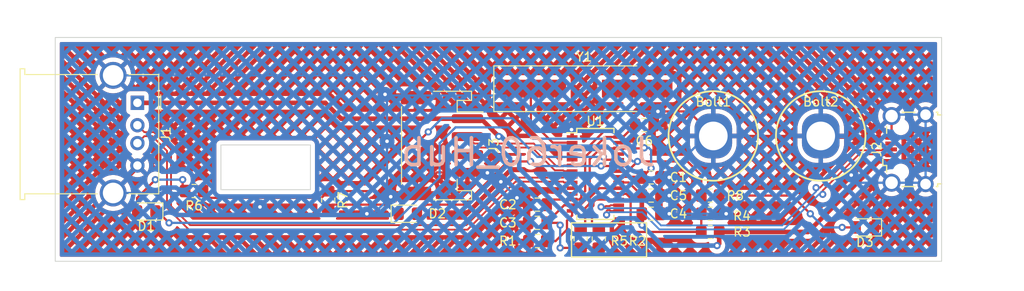
<source format=kicad_pcb>
(kicad_pcb (version 20211014) (generator pcbnew)
  (title_block (title "Joker60 HUB") (date "2022-09-11") (rev "1.0"))
  (layers (0 "F.Cu" signal) (31 "B.Cu" signal) (34 "B.Paste" user) (35 "F.Paste" user) (36 "B.SilkS" user "B.Silkscreen") (37 "F.SilkS" user "F.Silkscreen") (38 "B.Mask" user) (39 "F.Mask" user) (44 "Edge.Cuts" user))
  (net 0 "")
  (net 1 "Net-(U1-Pad2)")
  (net 2 "Net-(U1-Pad3)")
  (net 7 "GND")
  (net 8 "+5V")
  (net 11 "/U2-")
  (net 12 "/U2+")
  (net 13 "/U3+")
  (net 14 "/U3-")
  (net 15 "Net-(D1-Pad1)")
  (net 16 "+3.3V")
  (net 18 "Net-(R1-Pad1)")
  (net 19 "Net-(R2-Pad2)")
  (net 20 "Net-(R3-Pad1)")
  (net 21 "/DIN-")
  (net 22 "/DIN+")
  (net 23 "Net-(R5-Pad2)")
  (net 24 "+1V8")
  (net 25 "Net-(D2-Pad2)")
  (net 26 "Net-(D1-Pad2)")
  (net 27 "Net-(D2-Pad1)")
  (net 28 "Net-(R6-Pad1)")
  (net 29 "Net-(D3-Pad2)")
  (footprint "LED_SMD:LED_0805_2012Metric_Pad1.15x1.40mm_HandSolder" (layer "F.Cu") (at 130.429 61.214 180)
    (fp_text reference "D3" (at 0 -1.65) (layer "F.SilkS"))
    (fp_text value "HUB")
    (fp_line (start 1 -0.96) (end -1.86 -0.96) (layer "F.SilkS") (width 0.12))
    (fp_line (start -1.86 -0.96) (end -1.86 0.96) (layer "F.SilkS") (width 0.12))
    (fp_line (start -1.86 0.96) (end 1 0.96) (layer "F.SilkS") (width 0.12))
    (pad "1" smd roundrect (at -1.025 0 180) (size 1.15 1.4) (layers "F.Cu" "F.Paste" "F.Mask") (roundrect_rratio 0.2173913043) (net 7 "GND"))
    (pad "2" smd roundrect (at 1.025 0 180) (size 1.15 1.4) (layers "F.Cu" "F.Paste" "F.Mask") (roundrect_rratio 0.2173913043) (net 29 "Net-(D3-Pad2)"))
  )
  (footprint "Capacitor_SMD:C_0805_2012Metric_Pad1.18x1.45mm_HandSolder" (layer "F.Cu") (at 106.553 57.658 180)
    (fp_text reference "C5" (at -3.048 0) (layer "F.SilkS"))
    (fp_text value "10uF")
    (fp_line (start -0.261252 -0.735) (end 0.261252 -0.735) (layer "F.SilkS") (width 0.12))
    (fp_line (start -0.261252 0.735) (end 0.261252 0.735) (layer "F.SilkS") (width 0.12))
    (pad "1" smd roundrect (at -1.0375 0 180) (size 1.175 1.45) (layers "F.Cu" "F.Paste" "F.Mask") (roundrect_rratio 0.2127659574) (net 7 "GND"))
    (pad "2" smd roundrect (at 1.0375 0 180) (size 1.175 1.45) (layers "F.Cu" "F.Paste" "F.Mask") (roundrect_rratio 0.2127659574) (net 8 "+5V"))
  )
  (footprint "Resistor_SMD:R_0805_2012Metric_Pad1.20x1.40mm_HandSolder" (layer "F.Cu") (at 113.157 59.69 180)
    (fp_text reference "R4" (at -3.54 -0.254) (layer "F.SilkS"))
    (fp_text value "100k")
    (fp_line (start -0.227064 -0.735) (end 0.227064 -0.735) (layer "F.SilkS") (width 0.12))
    (fp_line (start -0.227064 0.735) (end 0.227064 0.735) (layer "F.SilkS") (width 0.12))
    (pad "1" smd roundrect (at -1 0 180) (size 1.2 1.4) (layers "F.Cu" "F.Paste" "F.Mask") (roundrect_rratio 0.2083333333) (net 7 "GND"))
    (pad "2" smd roundrect (at 1 0 180) (size 1.2 1.4) (layers "F.Cu" "F.Paste" "F.Mask") (roundrect_rratio 0.2083333333) (net 20 "Net-(R3-Pad1)"))
  )
  (footprint "LED_SMD:LED_0805_2012Metric_Pad1.15x1.40mm_HandSolder" (layer "F.Cu") (at 50.165 59.436 180)
    (fp_text reference "D1" (at 0 -1.65) (layer "F.SilkS"))
    (fp_text value "Port2")
    (fp_line (start -1.86 0.96) (end 1 0.96) (layer "F.SilkS") (width 0.12))
    (fp_line (start -1.86 -0.96) (end -1.86 0.96) (layer "F.SilkS") (width 0.12))
    (fp_line (start 1 -0.96) (end -1.86 -0.96) (layer "F.SilkS") (width 0.12))
    (pad "1" smd roundrect (at -1.025 0 180) (size 1.15 1.4) (layers "F.Cu" "F.Paste" "F.Mask") (roundrect_rratio 0.2173913043) (net 15 "Net-(D1-Pad1)"))
    (pad "2" smd roundrect (at 1.025 0 180) (size 1.15 1.4) (layers "F.Cu" "F.Paste" "F.Mask") (roundrect_rratio 0.2173913043) (net 26 "Net-(D1-Pad2)"))
  )
  (footprint "Resistor_SMD:R_0805_2012Metric_Pad1.20x1.40mm_HandSolder" (layer "F.Cu") (at 113.157 61.722)
    (fp_text reference "R3" (at 3.556 0) (layer "F.SilkS"))
    (fp_text value "47k")
    (fp_line (start -0.227064 0.735) (end 0.227064 0.735) (layer "F.SilkS") (width 0.12))
    (fp_line (start -0.227064 -0.735) (end 0.227064 -0.735) (layer "F.SilkS") (width 0.12))
    (pad "1" smd roundrect (at -1 0) (size 1.2 1.4) (layers "F.Cu" "F.Paste" "F.Mask") (roundrect_rratio 0.2083333333) (net 20 "Net-(R3-Pad1)"))
    (pad "2" smd roundrect (at 1 0) (size 1.2 1.4) (layers "F.Cu" "F.Paste" "F.Mask") (roundrect_rratio 0.2083333333) (net 8 "+5V"))
  )
  (footprint "Resistor_SMD:R_0805_2012Metric_Pad1.20x1.40mm_HandSolder" (layer "F.Cu") (at 98.679 62.484 90)
    (fp_text reference "R5" (at -0.254 4.318 180) (layer "F.SilkS"))
    (fp_text value "100k")
    (fp_line (start -0.227064 0.735) (end 0.227064 0.735) (layer "F.SilkS") (width 0.12))
    (fp_line (start -0.227064 -0.735) (end 0.227064 -0.735) (layer "F.SilkS") (width 0.12))
    (pad "1" smd roundrect (at -1 0 90) (size 1.2 1.4) (layers "F.Cu" "F.Paste" "F.Mask") (roundrect_rratio 0.2083333333) (net 16 "+3.3V"))
    (pad "2" smd roundrect (at 1 0 90) (size 1.2 1.4) (layers "F.Cu" "F.Paste" "F.Mask") (roundrect_rratio 0.2083333333) (net 23 "Net-(R5-Pad2)"))
  )
  (footprint "Resistor_SMD:R_0805_2012Metric_Pad1.20x1.40mm_HandSolder" (layer "F.Cu") (at 113.157 57.658)
    (fp_text reference "R8" (at 2.794 0) (layer "F.SilkS"))
    (fp_text value "330")
    (fp_line (start -0.227064 -0.735) (end 0.227064 -0.735) (layer "F.SilkS") (width 0.12))
    (fp_line (start -0.227064 0.735) (end 0.227064 0.735) (layer "F.SilkS") (width 0.12))
    (pad "1" smd roundrect (at -1 0) (size 1.2 1.4) (layers "F.Cu" "F.Paste" "F.Mask") (roundrect_rratio 0.2083333333) (net 28 "Net-(R6-Pad1)"))
    (pad "2" smd roundrect (at 1 0) (size 1.2 1.4) (layers "F.Cu" "F.Paste" "F.Mask") (roundrect_rratio 0.2083333333) (net 29 "Net-(D3-Pad2)"))
  )
  (footprint "Capacitor_SMD:C_0805_2012Metric_Pad1.18x1.45mm_HandSolder" (layer "F.Cu") (at 93.853 60.706)
    (fp_text reference "C3" (at -3.302 0) (layer "F.SilkS"))
    (fp_text value "100nF")
    (fp_line (start -0.261252 0.735) (end 0.261252 0.735) (layer "F.SilkS") (width 0.12))
    (fp_line (start -0.261252 -0.735) (end 0.261252 -0.735) (layer "F.SilkS") (width 0.12))
    (pad "1" smd roundrect (at -1.0375 0) (size 1.175 1.45) (layers "F.Cu" "F.Paste" "F.Mask") (roundrect_rratio 0.2127659574) (net 7 "GND"))
    (pad "2" smd roundrect (at 1.0375 0) (size 1.175 1.45) (layers "F.Cu" "F.Paste" "F.Mask") (roundrect_rratio 0.2127659574) (net 16 "+3.3V"))
  )
  (footprint "Connector_USB:USB_A_Molex_67643_Horizontal" (layer "F.Cu") (at 49.175 47.3 -90)
    (fp_text reference "J1" (at 3.5 -3.19 90) (layer "F.SilkS"))
    (fp_text value "USB_A_Port2")
    (fp_line (start -3.16 -2.38) (end 10.16 -2.38) (layer "F.SilkS") (width 0.12))
    (fp_line (start 10.16 4.47) (end 10.16 12.58) (layer "F.SilkS") (width 0.12))
    (fp_line (start -3.16 -2.38) (end -3.16 0.95) (layer "F.SilkS") (width 0.12))
    (fp_line (start -0.9 -2.6) (end 0.9 -2.6) (layer "F.SilkS") (width 0.12))
    (fp_line (start -3.81 13.1) (end 10.81 13.1) (layer "F.SilkS") (width 0.12))
    (fp_line (start 10.81 12.58) (end 10.16 12.58) (layer "F.SilkS") (width 0.12))
    (fp_line (start -3.16 12.58) (end -3.81 12.58) (layer "F.SilkS") (width 0.12))
    (fp_line (start -3.81 12.58) (end -3.81 13.1) (layer "F.SilkS") (width 0.12))
    (fp_line (start 10.16 -2.38) (end 10.16 0.95) (layer "F.SilkS") (width 0.12))
    (fp_line (start 10.81 13.1) (end 10.81 12.58) (layer "F.SilkS") (width 0.12))
    (fp_line (start -3.16 12.58) (end -3.16 4.47) (layer "F.SilkS") (width 0.12))
    (pad "1" thru_hole rect (at 0 0 270) (size 1.6 1.5) (drill 0.95) (layers *.Cu *.Mask) (net 8 "+5V"))
    (pad "2" thru_hole circle (at 2.5 0 270) (size 1.6 1.6) (drill 0.95) (layers *.Cu *.Mask) (net 11 "/U2-"))
    (pad "3" thru_hole circle (at 4.5 0 270) (size 1.6 1.6) (drill 0.95) (layers *.Cu *.Mask) (net 12 "/U2+"))
    (pad "4" thru_hole circle (at 7 0 270) (size 1.6 1.6) (drill 0.95) (layers *.Cu *.Mask) (net 7 "GND"))
    (pad "5" thru_hole circle (at -3.07 2.71 270) (size 3 3) (drill 2.3) (layers *.Cu *.Mask) (net 7 "GND"))
    (pad "5" thru_hole circle (at 10.07 2.71 270) (size 3 3) (drill 2.3) (layers *.Cu *.Mask) (net 7 "GND"))
  )
  (footprint "Capacitor_SMD:C_0805_2012Metric_Pad1.18x1.45mm_HandSolder" (layer "F.Cu") (at 106.553 55.626 180)
    (fp_text reference "C1" (at -3.048 0) (layer "F.SilkS"))
    (fp_text value "10uF")
    (fp_line (start -0.261252 -0.735) (end 0.261252 -0.735) (layer "F.SilkS") (width 0.12))
    (fp_line (start -0.261252 0.735) (end 0.261252 0.735) (layer "F.SilkS") (width 0.12))
    (pad "1" smd roundrect (at -1.0375 0 180) (size 1.175 1.45) (layers "F.Cu" "F.Paste" "F.Mask") (roundrect_rratio 0.2127659574) (net 7 "GND"))
    (pad "2" smd roundrect (at 1.0375 0 180) (size 1.175 1.45) (layers "F.Cu" "F.Paste" "F.Mask") (roundrect_rratio 0.2127659574) (net 16 "+3.3V"))
  )
  (footprint "Capacitor_SMD:C_0805_2012Metric_Pad1.18x1.45mm_HandSolder" (layer "F.Cu") (at 105.791 49.784)
    (fp_text reference "C6" (at 0 1.778) (layer "F.SilkS"))
    (fp_text value "100nF")
    (fp_line (start -0.261252 0.735) (end 0.261252 0.735) (layer "F.SilkS") (width 0.12))
    (fp_line (start -0.261252 -0.735) (end 0.261252 -0.735) (layer "F.SilkS") (width 0.12))
    (pad "1" smd roundrect (at -1.0375 0) (size 1.175 1.45) (layers "F.Cu" "F.Paste" "F.Mask") (roundrect_rratio 0.2127659574) (net 24 "+1V8"))
    (pad "2" smd roundrect (at 1.0375 0) (size 1.175 1.45) (layers "F.Cu" "F.Paste" "F.Mask") (roundrect_rratio 0.2127659574) (net 7 "GND"))
  )
  (footprint "Resistor_SMD:R_0805_2012Metric_Pad1.20x1.40mm_HandSolder" (layer "F.Cu") (at 93.853 62.738 180)
    (fp_text reference "R1" (at 3.302 0) (layer "F.SilkS"))
    (fp_text value "2.7k")
    (fp_line (start -0.227064 -0.735) (end 0.227064 -0.735) (layer "F.SilkS") (width 0.12))
    (fp_line (start -0.227064 0.735) (end 0.227064 0.735) (layer "F.SilkS") (width 0.12))
    (pad "1" smd roundrect (at -1 0 180) (size 1.2 1.4) (layers "F.Cu" "F.Paste" "F.Mask") (roundrect_rratio 0.2083333333) (net 18 "Net-(R1-Pad1)"))
    (pad "2" smd roundrect (at 1 0 180) (size 1.2 1.4) (layers "F.Cu" "F.Paste" "F.Mask") (roundrect_rratio 0.2083333333) (net 7 "GND"))
  )
  (footprint "Jimmy_Library:M3 BOLT" (layer "F.Cu") (at 125.5 51)
    (fp_text reference "Bolt2" (at 0 -3.81 unlocked) (layer "F.SilkS"))
    (fp_text value "M3_BOLT")
    (pad "1" thru_hole roundrect locked (at 0 0) (size 4.2 5) (drill 3.2) (layers *.Cu *.Mask) (roundrect_rratio 0.4) (net 7 "GND"))
  )
  (footprint "Capacitor_SMD:C_0805_2012Metric_Pad1.18x1.45mm_HandSolder" (layer "F.Cu") (at 106.553 59.69)
    (fp_text reference "C4" (at 3.048 0) (layer "F.SilkS"))
    (fp_text value "100nF")
    (fp_line (start -0.261252 0.735) (end 0.261252 0.735) (layer "F.SilkS") (width 0.12))
    (fp_line (start -0.261252 -0.735) (end 0.261252 -0.735) (layer "F.SilkS") (width 0.12))
    (pad "1" smd roundrect (at -1.0375 0) (size 1.175 1.45) (layers "F.Cu" "F.Paste" "F.Mask") (roundrect_rratio 0.2127659574) (net 8 "+5V"))
    (pad "2" smd roundrect (at 1.0375 0) (size 1.175 1.45) (layers "F.Cu" "F.Paste" "F.Mask") (roundrect_rratio 0.2127659574) (net 7 "GND"))
  )
  (footprint "Resistor_SMD:R_0805_2012Metric_Pad1.20x1.40mm_HandSolder" (layer "F.Cu") (at 100.711 62.484 90)
    (fp_text reference "R2" (at -0.254 4.318 180) (layer "F.SilkS"))
    (fp_text value "100k")
    (fp_line (start -0.227064 0.735) (end 0.227064 0.735) (layer "F.SilkS") (width 0.12))
    (fp_line (start -0.227064 -0.735) (end 0.227064 -0.735) (layer "F.SilkS") (width 0.12))
    (pad "1" smd roundrect (at -1 0 90) (size 1.2 1.4) (layers "F.Cu" "F.Paste" "F.Mask") (roundrect_rratio 0.2083333333) (net 16 "+3.3V"))
    (pad "2" smd roundrect (at 1 0 90) (size 1.2 1.4) (layers "F.Cu" "F.Paste" "F.Mask") (roundrect_rratio 0.2083333333) (net 19 "Net-(R2-Pad2)"))
  )
  (footprint "Crystal:Crystal_SMD_HC49-SD_HandSoldering" (layer "F.Cu") (at 99.06 45.72)
    (fp_text reference "Y1" (at 0 -3.55) (layer "F.SilkS"))
    (fp_text value "12Mhz")
    (fp_line (start 5.9 -2.55) (end -10.075 -2.55) (layer "F.SilkS") (width 0.12))
    (fp_line (start -10.075 2.55) (end 5.9 2.55) (layer "F.SilkS") (width 0.12))
    (fp_line (start -10.075 -2.55) (end -10.075 2.55) (layer "F.SilkS") (width 0.12))
    (pad "1" smd rect (at -5.9375 0) (size 7.875 2) (layers "F.Cu" "F.Paste" "F.Mask") (net 1 "Net-(U1-Pad2)"))
    (pad "2" smd rect (at 5.9375 0) (size 7.875 2) (layers "F.Cu" "F.Paste" "F.Mask") (net 2 "Net-(U1-Pad3)"))
  )
  (footprint "LED_SMD:LED_0805_2012Metric_Pad1.15x1.40mm_HandSolder" (layer "F.Cu") (at 79.375 59.69)
    (fp_text reference "D2" (at 3.302 0) (layer "F.SilkS"))
    (fp_text value "Port3")
    (fp_line (start -1.86 -0.96) (end -1.86 0.96) (layer "F.SilkS") (width 0.12))
    (fp_line (start -1.86 0.96) (end 1 0.96) (layer "F.SilkS") (width 0.12))
    (fp_line (start 1 -0.96) (end -1.86 -0.96) (layer "F.SilkS") (width 0.12))
    (pad "1" smd roundrect (at -1.025 0) (size 1.15 1.4) (layers "F.Cu" "F.Paste" "F.Mask") (roundrect_rratio 0.2173913043) (net 27 "Net-(D2-Pad1)"))
    (pad "2" smd roundrect (at 1.025 0) (size 1.15 1.4) (layers "F.Cu" "F.Paste" "F.Mask") (roundrect_rratio 0.2173913043) (net 25 "Net-(D2-Pad2)"))
  )
  (footprint "Resistor_SMD:R_0805_2012Metric_Pad1.20x1.40mm_HandSolder" (layer "F.Cu") (at 70.485 58.166 -90)
    (fp_text reference "R7" (at 0 -1.65 90) (layer "F.SilkS"))
    (fp_text value "330")
    (fp_line (start -0.227064 0.735) (end 0.227064 0.735) (layer "F.SilkS") (width 0.12))
    (fp_line (start -0.227064 -0.735) (end 0.227064 -0.735) (layer "F.SilkS") (width 0.12))
    (pad "1" smd roundrect (at -1 0 270) (size 1.2 1.4) (layers "F.Cu" "F.Paste" "F.Mask") (roundrect_rratio 0.2083333333) (net 28 "Net-(R6-Pad1)"))
    (pad "2" smd roundrect (at 1 0 270) (size 1.2 1.4) (layers "F.Cu" "F.Paste" "F.Mask") (roundrect_rratio 0.2083333333) (net 27 "Net-(D2-Pad1)"))
  )
  (footprint "Package_SO:SSOP-28_3.9x9.9mm_P0.635mm" (layer "F.Cu") (at 100.33 55.245)
    (fp_text reference "U1" (at 0 -5.9) (layer "F.SilkS"))
    (fp_text value "FE1.1s")
    (fp_line (start -2.075 -5.08) (end -2.075 -4.6) (layer "F.SilkS") (width 0.15))
    (fp_line (start -2.075 -5.08) (end 2.075 -5.08) (layer "F.SilkS") (width 0.15))
    (fp_line (start -2.075 -4.6) (end -3.2 -4.6) (layer "F.SilkS") (width 0.15))
    (fp_line (start 2.075 -5.08) (end 2.075 -4.6) (layer "F.SilkS") (width 0.15))
    (fp_line (start 2.075 5.08) (end 2.075 4.6) (layer "F.SilkS") (width 0.15))
    (fp_line (start -2.075 5.08) (end -2.075 4.6) (layer "F.SilkS") (width 0.15))
    (fp_line (start -2.075 5.08) (end 2.075 5.08) (layer "F.SilkS") (width 0.15))
    (pad "1" smd rect (at -2.6 -4.1275) (size 1.2 0.4) (layers "F.Cu" "F.Paste" "F.Mask") (net 7 "GND"))
    (pad "2" smd rect (at -2.6 -3.4925) (size 1.2 0.4) (layers "F.Cu" "F.Paste" "F.Mask") (net 1 "Net-(U1-Pad2)"))
    (pad "3" smd rect (at -2.6 -2.8575) (size 1.2 0.4) (layers "F.Cu" "F.Paste" "F.Mask") (net 2 "Net-(U1-Pad3)"))
    (pad "4" smd rect (at -2.6 -2.2225) (size 1.2 0.4) (layers "F.Cu" "F.Paste" "F.Mask"))
    (pad "5" smd rect (at -2.6 -1.5875) (size 1.2 0.4) (layers "F.Cu" "F.Paste" "F.Mask"))
    (pad "6" smd rect (at -2.6 -0.9525) (size 1.2 0.4) (layers "F.Cu" "F.Paste" "F.Mask") (net 14 "/U3-"))
    (pad "7" smd rect (at -2.6 -0.3175) (size 1.2 0.4) (layers "F.Cu" "F.Paste" "F.Mask") (net 13 "/U3+"))
    (pad "8" smd rect (at -2.6 0.3175) (size 1.2 0.4) (layers "F.Cu" "F.Paste" "F.Mask") (net 11 "/U2-"))
    (pad "9" smd rect (at -2.6 0.9525) (size 1.2 0.4) (layers "F.Cu" "F.Paste" "F.Mask") (net 12 "/U2+"))
    (pad "10" smd rect (at -2.6 1.5875) (size 1.2 0.4) (layers "F.Cu" "F.Paste" "F.Mask"))
    (pad "11" smd rect (at -2.6 2.2225) (size 1.2 0.4) (layers "F.Cu" "F.Paste" "F.Mask"))
    (pad "12" smd rect (at -2.6 2.8575) (size 1.2 0.4) (layers "F.Cu" "F.Paste" "F.Mask") (net 24 "+1V8"))
    (pad "13" smd rect (at -2.6 3.4925) (size 1.2 0.4) (layers "F.Cu" "F.Paste" "F.Mask") (net 16 "+3.3V"))
    (pad "14" smd rect (at -2.6 4.1275) (size 1.2 0.4) (layers "F.Cu" "F.Paste" "F.Mask") (net 18 "Net-(R1-Pad1)"))
    (pad "15" smd rect (at 2.6 4.1275) (size 1.2 0.4) (layers "F.Cu" "F.Paste" "F.Mask") (net 21 "/DIN-"))
    (pad "16" smd rect (at 2.6 3.4925) (size 1.2 0.4) (layers "F.Cu" "F.Paste" "F.Mask") (net 22 "/DIN+"))
    (pad "17" smd rect (at 2.6 2.8575) (size 1.2 0.4) (layers "F.Cu" "F.Paste" "F.Mask") (net 19 "Net-(R2-Pad2)"))
    (pad "18" smd rect (at 2.6 2.2225) (size 1.2 0.4) (layers "F.Cu" "F.Paste" "F.Mask") (net 20 "Net-(R3-Pad1)"))
    (pad "19" smd rect (at 2.6 1.5875) (size 1.2 0.4) (layers "F.Cu" "F.Paste" "F.Mask") (net 23 "Net-(R5-Pad2)"))
    (pad "20" smd rect (at 2.6 0.9525) (size 1.2 0.4) (layers "F.Cu" "F.Paste" "F.Mask") (net 8 "+5V"))
    (pad "21" smd rect (at 2.6 0.3175) (size 1.2 0.4) (layers "F.Cu" "F.Paste" "F.Mask") (net 16 "+3.3V"))
    (pad "22" smd rect (at 2.6 -0.3175) (size 1.2 0.4) (layers "F.Cu" "F.Paste" "F.Mask") (net 28 "Net-(R6-Pad1)"))
    (pad "23" smd rect (at 2.6 -0.9525) (size 1.2 0.4) (layers "F.Cu" "F.Paste" "F.Mask") (net 25 "Net-(D2-Pad2)"))
    (pad "24" smd rect (at 2.6 -1.5875) (size 1.2 0.4) (layers "F.Cu" "F.Paste" "F.Mask") (net 15 "Net-(D1-Pad1)"))
    (pad "25" smd rect (at 2.6 -2.2225) (size 1.2 0.4) (layers "F.Cu" "F.Paste" "F.Mask"))
    (pad "26" smd rect (at 2.6 -2.8575) (size 1.2 0.4) (layers "F.Cu" "F.Paste" "F.Mask") (net 16 "+3.3V"))
    (pad "27" smd rect (at 2.6 -3.4925) (size 1.2 0.4) (layers "F.Cu" "F.Paste" "F.Mask"))
    (pad "28" smd rect (at 2.6 -4.1275) (size 1.2 0.4) (layers "F.Cu" "F.Paste" "F.Mask") (net 24 "+1V8"))
  )
  (footprint "Connector_USB:USB_Micro-B_Wuerth_629105150521_CircularHoles" (layer "F.Cu") (at 135.262 52.5 90)
    (fp_text reference "J2" (at 0 -3.5 90) (layer "F.SilkS"))
    (fp_text value "USB_B_Mini")
    (fp_line (start 1.8 -2.4) (end 2.525 -2.4) (layer "F.SilkS") (width 0.15))
    (fp_line (start -4.15 -0.65) (end -4.15 0.75) (layer "F.SilkS") (width 0.15))
    (fp_line (start -1.8 -2.825) (end -1.8 -2.4) (layer "F.SilkS") (width 0.15))
    (fp_line (start 4.15 3.3) (end 4.15 3.15) (layer "F.SilkS") (width 0.15))
    (fp_line (start -1.075 -2.825) (end -1.8 -2.825) (layer "F.SilkS") (width 0.15))
    (fp_line (start -4.15 3.15) (end -4.15 3.3) (layer "F.SilkS") (width 0.15))
    (fp_line (start -1.8 -2.4) (end -2.525 -2.4) (layer "F.SilkS") (width 0.15))
    (fp_line (start 3.85 3.3) (end 4.15 3.3) (layer "F.SilkS") (width 0.15))
    (fp_line (start 4.15 0.75) (end 4.15 -0.65) (layer "F.SilkS") (width 0.15))
    (fp_line (start -3.85 3.3) (end -3.85 3.75) (layer "F.SilkS") (width 0.15))
    (fp_line (start -4.15 3.3) (end -3.85 3.3) (layer "F.SilkS") (width 0.15))
    (fp_line (start 3.85 3.75) (end 3.85 3.3) (layer "F.SilkS") (width 0.15))
    (pad "" np_thru_hole circle (at 2.5 -0.8 90) (size 0.8 0.8) (drill 0.8) (layers *.Cu *.Mask))
    (pad "" np_thru_hole circle (at -2.5 -0.8 90) (size 0.8 0.8) (drill 0.8) (layers *.Cu *.Mask))
    (pad "1" smd rect (at -1.3 -1.9 90) (size 0.45 1.3) (layers "F.Cu" "F.Paste" "F.Mask") (net 8 "+5V"))
    (pad "2" smd rect (at -0.65 -1.9 90) (size 0.45 1.3) (layers "F.Cu" "F.Paste" "F.Mask") (net 21 "/DIN-"))
    (pad "3" smd rect (at 0 -1.9 90) (size 0.45 1.3) (layers "F.Cu" "F.Paste" "F.Mask") (net 22 "/DIN+"))
    (pad "4" smd rect (at 0.65 -1.9 90) (size 0.45 1.3) (layers "F.Cu" "F.Paste" "F.Mask"))
    (pad "5" smd rect (at 1.3 -1.9 90) (size 0.45 1.3) (layers "F.Cu" "F.Paste" "F.Mask") (net 7 "GND"))
    (pad "6" thru_hole circle (at -3.875 1.95 90) (size 1.8 1.8) (drill 1.2) (layers *.Cu *.Mask) (net 7 "GND"))
    (pad "6" thru_hole circle (at 3.875 1.95 90) (size 1.8 1.8) (drill 1.2) (layers *.Cu *.Mask) (net 7 "GND"))
    (pad "6" thru_hole circle (at -3.725 -1.85 90) (size 2 2) (drill 1.4) (layers *.Cu *.Mask) (net 7 "GND"))
    (pad "6" thru_hole circle (at 3.725 -1.85 90) (size 2 2) (drill 1.4) (layers *.Cu *.Mask) (net 7 "GND"))
  )
  (footprint "Jimmy_Library:M3 BOLT" (layer "F.Cu") (at 113.5 51)
    (fp_text reference "Bolt1" (at 0 -3.81 unlocked) (layer "F.SilkS"))
    (fp_text value "M3_BOLT")
    (pad "1" thru_hole roundrect locked (at 0 0) (size 4.2 5) (drill 3.2) (layers *.Cu *.Mask) (roundrect_rratio 0.4) (net 7 "GND"))
  )
  (footprint "Resistor_SMD:R_0805_2012Metric_Pad1.20x1.40mm_HandSolder" (layer "F.Cu") (at 55.499 57.15 180)
    (fp_text reference "R6" (at 0 -1.65) (layer "F.SilkS"))
    (fp_text value "330")
    (fp_line (start -0.227064 0.735) (end 0.227064 0.735) (layer "F.SilkS") (width 0.12))
    (fp_line (start -0.227064 -0.735) (end 0.227064 -0.735) (layer "F.SilkS") (width 0.12))
    (pad "1" smd roundrect (at -1 0 180) (size 1.2 1.4) (layers "F.Cu" "F.Paste" "F.Mask") (roundrect_rratio 0.2083333333) (net 28 "Net-(R6-Pad1)"))
    (pad "2" smd roundrect (at 1 0 180) (size 1.2 1.4) (layers "F.Cu" "F.Paste" "F.Mask") (roundrect_rratio 0.2083333333) (net 26 "Net-(D1-Pad2)"))
  )
  (footprint "Capacitor_SMD:C_0805_2012Metric_Pad1.18x1.45mm_HandSolder" (layer "F.Cu") (at 93.853 58.674)
    (fp_text reference "C2" (at -3.302 0) (layer "F.SilkS"))
    (fp_text value "10uF")
    (fp_line (start -0.261252 -0.735) (end 0.261252 -0.735) (layer "F.SilkS") (width 0.12))
    (fp_line (start -0.261252 0.735) (end 0.261252 0.735) (layer "F.SilkS") (width 0.12))
    (pad "1" smd roundrect (at -1.0375 0) (size 1.175 1.45) (layers "F.Cu" "F.Paste" "F.Mask") (roundrect_rratio 0.2127659574) (net 7 "GND"))
    (pad "2" smd roundrect (at 1.0375 0) (size 1.175 1.45) (layers "F.Cu" "F.Paste" "F.Mask") (roundrect_rratio 0.2127659574) (net 24 "+1V8"))
  )
  (footprint "Connector_JST:JST_PH_S4B-PH-SM4-TB_1x04-1MP_P2.00mm_Horizontal" (layer "F.Cu") (at 83.185 52.07 -90)
    (fp_text reference "J3" (at 0 -5.8 90) (layer "F.SilkS"))
    (fp_text value "Port3")
    (fp_line (start 5.04 -3.31) (end 5.04 -1.71) (layer "F.SilkS") (width 0.12))
    (fp_line (start -6.06 -3.31) (end -5.04 -3.31) (layer "F.SilkS") (width 0.12))
    (fp_line (start -4.34 4.51) (end 4.34 4.51) (layer "F.SilkS") (width 0.12))
    (fp_line (start -3.76 -1.71) (end -3.76 -4.6) (layer "F.SilkS") (width 0.12))
    (fp_line (start -5.04 -1.71) (end -3.76 -1.71) (layer "F.SilkS") (width 0.12))
    (fp_line (start -6.06 0.94) (end -6.06 -3.31) (layer "F.SilkS") (width 0.12))
    (fp_line (start 6.06 0.94) (end 6.06 -3.31) (layer "F.SilkS") (width 0.12))
    (fp_line (start 6.06 -3.31) (end 5.04 -3.31) (layer "F.SilkS") (width 0.12))
    (fp_line (start 5.04 -1.71) (end 3.76 -1.71) (layer "F.SilkS") (width 0.12))
    (fp_line (start -5.04 -3.31) (end -5.04 -1.71) (layer "F.SilkS") (width 0.12))
    (pad "1" smd roundrect (at -3 -2.85 270) (size 1 3.5) (layers "F.Cu" "F.Paste" "F.Mask") (net 8 "+5V"))
    (pad "2" smd roundrect (at -1 -2.85 270) (size 1 3.5) (layers "F.Cu" "F.Paste" "F.Mask") (net 14 "/U3-"))
    (pad "3" smd roundrect (at 1 -2.85 270) (size 1 3.5) (layers "F.Cu" "F.Paste" "F.Mask") (net 13 "/U3+"))
    (pad "4" smd roundrect (at 3 -2.85 270) (size 1 3.5) (layers "F.Cu" "F.Paste" "F.Mask") (net 7 "GND"))
    (pad "SH" smd roundrect (at 5.35 2.9 270) (size 1.5 3.4) (layers "F.Cu" "F.Paste" "F.Mask") (roundrect_rratio 0.1666673333) (net 7 "GND"))
    (pad "SH" smd roundrect (at -5.35 2.9 270) (size 1.5 3.4) (layers "F.Cu" "F.Paste" "F.Mask") (roundrect_rratio 0.1666673333) (net 7 "GND"))
  )
  (gr_rect (start 97.663 60.706) (end 106.045 64.516) (layer "F.SilkS") (width 0.15) (fill none))
  (gr_circle (center 125.5 51) (end 130.5 51) (layer "F.SilkS") (width 0.2) (fill none))
  (gr_circle (center 113.5 51) (end 118.5 51) (layer "F.SilkS") (width 0.2) (fill none))
  (gr_rect locked (start 58.5 52) (end 68.5 57) (layer "Edge.Cuts") (width 0.1) (fill none))
  (gr_rect locked (start 40 40) (end 139 65) (layer "Edge.Cuts") (width 0.1) (fill none))
  (gr_text "Joker60_Hub" (at 92.837 52.832) (layer "B.SilkS") (effects (font (size 3 3) (thickness 0.4)) (justify mirror)))
  (segment (start 95.5675 51.7525) (end 97.73 51.7525) (width 0.25) (layer "F.Cu") (net 1))
  (segment (start 93.1225 49.3075) (end 95.5675 51.7525) (width 0.25) (layer "F.Cu") (net 1))
  (segment (start 93.1225 45.72) (end 93.1225 49.3075) (width 0.25) (layer "F.Cu") (net 1))
  (segment (start 97.73 52.3875) (end 99.3775 52.3875) (width 0.25) (layer "F.Cu") (net 2))
  (segment (start 99.3775 52.3875) (end 104.9975 46.7675) (width 0.25) (layer "F.Cu") (net 2))
  (segment (start 104.9975 46.7675) (end 104.9975 45.72) (width 0.25) (layer "F.Cu") (net 2))
  (segment (start 114.157 59.69) (end 114.935 59.69) (width 0.25) (layer "F.Cu") (net 7))
  (segment (start 92.853 60.7435) (end 92.8155 60.706) (width 0.25) (layer "F.Cu") (net 7))
  (segment (start 107.5905 59.69) (end 108.585 59.69) (width 0.25) (layer "F.Cu") (net 7))
  (segment (start 133.362 51.2) (end 125.2 51.2) (width 0.25) (layer "F.Cu") (net 7))
  (segment (start 97.73 50.359) (end 97.663 50.292) (width 0.25) (layer "F.Cu") (net 7))
  (segment (start 46.465 57.37) (end 49.175 54.66) (width 0.25) (layer "F.Cu") (net 7))
  (segment (start 92.329 58.674) (end 91.567 57.912) (width 0.25) (layer "F.Cu") (net 7))
  (segment (start 86.083 55.118) (end 86.035 55.07) (width 0.25) (layer "F.Cu") (net 7))
  (segment (start 107.315 48.26) (end 110.76 48.26) (width 0.25) (layer "F.Cu") (net 7))
  (segment (start 107.5905 57.658) (end 107.5905 59.69) (width 0.25) (layer "F.Cu") (net 7))
  (segment (start 133.412 48.775) (end 133.412 51.15) (width 0.25) (layer "F.Cu") (net 7))
  (segment (start 107.315 48.26) (end 107.315 49.2975) (width 0.25) (layer "F.Cu") (net 7))
  (segment (start 92.8155 58.674) (end 92.329 58.674) (width 0.25) (layer "F.Cu") (net 7))
  (segment (start 133.412 51.15) (end 133.362 51.2) (width 0.25) (layer "F.Cu") (net 7))
  (segment (start 113.5 51) (end 125 51) (width 0.25) (layer "F.Cu") (net 7))
  (segment (start 107.5905 55.626) (end 107.5905 57.658) (width 0.25) (layer "F.Cu") (net 7))
  (segment (start 107.5905 55.626) (end 108.585 55.626) (width 0.25) (layer "F.Cu") (net 7))
  (segment (start 131.454 58.183) (end 133.412 56.225) (width 0.25) (layer "F.Cu") (net 7))
  (segment (start 45.085 55.99) (end 46.465 57.37) (width 0.25) (layer "F.Cu") (net 7))
  (segment (start 92.853 62.738) (end 92.853 60.7435) (width 0.25) (layer "F.Cu") (net 7))
  (segment (start 97.73 51.1175) (end 97.73 50.359) (width 0.25) (layer "F.Cu") (net 7))
  (segment (start 79.92 57.785) (end 80.285 57.42) (width 0.25) (layer "F.Cu") (net 7))
  (segment (start 86.035 55.07) (end 82.635 55.07) (width 0.25) (layer "F.Cu") (net 7))
  (segment (start 77.47 57.785) (end 79.92 57.785) (width 0.25) (layer "F.Cu") (net 7))
  (segment (start 82.635 55.07) (end 80.285 57.42) (width 0.25) (layer "F.Cu") (net 7))
  (segment (start 88.265 55.118) (end 86.083 55.118) (width 0.25) (layer "F.Cu") (net 7))
  (segment (start 46.465 44.23) (end 45.085 45.61) (width 0.25) (layer "F.Cu") (net 7))
  (segment (start 110.76 48.26) (end 113.5 51) (width 0.25) (layer "F.Cu") (net 7))
  (segment (start 125.2 51.2) (end 125 51) (width 0.25) (layer "F.Cu") (net 7))
  (segment (start 79.92 46.355) (end 80.285 46.72) (width 0.25) (layer "F.Cu") (net 7))
  (segment (start 76.835 46.355) (end 79.92 46.355) (width 0.25) (layer "F.Cu") (net 7))
  (segment (start 49.175 54.66) (end 49.175 54.3) (width 0.25) (layer "F.Cu") (net 7))
  (segment (start 131.454 61.214) (end 131.454 58.183) (width 0.25) (layer "F.Cu") (net 7))
  (segment (start 107.5905 57.658) (end 108.585 57.658) (width 0.25) (layer "F.Cu") (net 7))
  (segment (start 92.8155 58.674) (end 92.8155 60.706) (width 0.25) (layer "F.Cu") (net 7))
  (segment (start 107.315 49.2975) (end 106.8285 49.784) (width 0.25) (layer "F.Cu") (net 7))
  (segment (start 45.085 45.61) (end 45.085 55.99) (width 0.25) (layer "F.Cu") (net 7))
  (via (at 89.770278 56.115278) (size 0.8) (drill 0.4) (layers "F.Cu" "B.Cu") (net 7))
  (via (at 114.935 59.69) (size 0.8) (drill 0.4) (layers "F.Cu" "B.Cu") (net 7))
  (via (at 128.905 55.372) (size 0.8) (drill 0.4) (layers "F.Cu" "B.Cu") (net 7))
  (via (at 107.315 48.26) (size 0.8) (drill 0.4) (layers "F.Cu" "B.Cu") (net 7))
  (via (at 97.663 50.292) (size 0.8) (drill 0.4) (layers "F.Cu" "B.Cu") (net 7))
  (via (at 108.585 59.69) (size 0.8) (drill 0.4) (layers "F.Cu" "B.Cu") (net 7))
  (via (at 77.47 57.785) (size 0.8) (drill 0.4) (layers "F.Cu" "B.Cu") (net 7))
  (via (at 88.265 55.118) (size 0.8) (drill 0.4) (layers "F.Cu" "B.Cu") (net 7))
  (via (at 108.585 55.626) (size 0.8) (drill 0.4) (layers "F.Cu" "B.Cu") (net 7))
  (via (at 76.835 46.355) (size 0.8) (drill 0.4) (layers "F.Cu" "B.Cu") (net 7))
  (via (at 91.567 57.912) (size 0.8) (drill 0.4) (layers "F.Cu" "B.Cu") (net 7))
  (via (at 77.055 51.596) (size 0.8) (drill 0.4) (layers "F.Cu" "B.Cu") (net 7))
  (via (at 62.865 58.928) (size 0.8) (drill 0.4) (layers "F.Cu" "B.Cu") (net 7))
  (via (at 74.803 59.69) (size 0.8) (drill 0.4) (layers "F.Cu" "B.Cu") (net 7))
  (via (at 108.585 57.658) (size 0.8) (drill 0.4) (layers "F.Cu" "B.Cu") (net 7))
  (segment (start 99.695 48.26) (end 107.315 48.26) (width 0.25) (layer "B.Cu") (net 7))
  (segment (start 77.47 57.785) (end 75.565 59.69) (width 0.25) (layer "B.Cu") (net 7))
  (segment (start 77.055 57.37) (end 77.055 51.596) (width 0.25) (layer "B.Cu") (net 7))
  (segment (start 112.703 51) (end 113.5 51) (width 0.25) (layer "B.Cu") (net 7))
  (segment (start 62.103 59.69) (end 62.865 58.928) (width 0.25) (layer "B.Cu") (net 7))
  (segment (start 89.789 56.134) (end 88.773 55.118) (width 0.25) (layer "B.Cu") (net 7))
  (segment (start 77.055 57.37) (end 77.47 57.785) (width 0.25) (layer "B.Cu") (net 7))
  (segment (start 76.962 46.482) (end 76.835 46.355) (width 0.25) (layer "B.Cu") (net 7))
  (segment (start 75.565 59.69) (end 74.803 59.69) (width 0.25) (layer "B.Cu") (net 7))
  (segment (start 97.663 50.292) (end 94.107 50.292) (width 0.25) (layer "B.Cu") (net 7))
  (segment (start 91.567 57.912) (end 89.789 56.134) (width 0.25) (layer "B.Cu") (net 7))
  (segment (start 74.71 44.23) (end 76.835 46.355) (width 0.25) (layer "B.Cu") (net 7))
  (segment (start 137.062 56.225) (end 137.212 56.375) (width 0.25) (layer "B.Cu") (net 7))
  (segment (start 77.055 51.596) (end 77.055 46.575) (width 0.25) (layer "B.Cu") (net 7))
  (segment (start 108.585 55.626) (end 108.585 55.118) (width 0.25) (layer "B.Cu") (net 7))
  (segment (start 90.297 46.482) (end 76.962 46.482) (width 0.25) (layer "B.Cu") (net 7))
  (segment (start 97.663 50.292) (end 99.695 48.26) (width 0.25) (layer "B.Cu") (net 7))
  (segment (start 114.935 59.69) (end 108.585 59.69) (width 0.25) (layer "B.Cu") (net 7))
  (segment (start 46.465 57.37) (end 55.465 57.37) (width 0.25) (layer "B.Cu") (net 7))
  (segment (start 133.562 48.625) (end 133.412 48.775) (width 0.25) (layer "B.Cu") (net 7))
  (segment (start 77.055 46.575) (end 76.835 46.355) (width 0.25) (layer "B.Cu") (net 7))
  (segment (start 137.212 48.625) (end 133.562 48.625) (width 0.25) (layer "B.Cu") (net 7))
  (segment (start 74.71 44.23) (end 46.465 44.23) (width 0.25) (layer "B.Cu") (net 7))
  (segment (start 108.585 57.658) (end 108.585 55.626) (width 0.25) (layer "B.Cu") (net 7))
  (segment (start 129.758 56.225) (end 133.412 56.225) (width 0.25) (layer "B.Cu") (net 7))
  (segment (start 88.773 55.118) (end 88.265 55.118) (width 0.25) (layer "B.Cu") (net 7))
  (segment (start 55.465 57.37) (end 57.785 59.69) (width 0.25) (layer "B.Cu") (net 7))
  (segment (start 57.785 59.69) (end 62.103 59.69) (width 0.25) (layer "B.Cu") (net 7))
  (segment (start 133.412 56.225) (end 137.062 56.225) (width 0.25) (layer "B.Cu") (net 7))
  (segment (start 94.107 50.292) (end 90.297 46.482) (width 0.25) (layer "B.Cu") (net 7))
  (segment (start 108.585 59.69) (end 108.585 57.658) (width 0.25) (layer "B.Cu") (net 7))
  (segment (start 137.212 48.625) (end 137.212 56.375) (width 0.25) (layer "B.Cu") (net 7))
  (segment (start 128.905 55.372) (end 129.758 56.225) (width 0.25) (layer "B.Cu") (net 7))
  (segment (start 108.585 55.118) (end 112.703 51) (width 0.25) (layer "B.Cu") (net 7))
  (segment (start 89.789 56.134) (end 89.770278 56.115278) (width 0.25) (layer "B.Cu") (net 7))
  (segment (start 124.079 61.722) (end 131.971 53.83) (width 0.51) (layer "F.Cu") (net 8))
  (segment (start 104.055 56.1975) (end 105.5155 57.658) (width 0.25) (layer "F.Cu") (net 8))
  (segment (start 71.93 49.07) (end 86.035 49.07) (width 0.51) (layer "F.Cu") (net 8))
  (segment (start 70.16 47.3) (end 71.93 49.07) (width 0.51) (layer "F.Cu") (net 8))
  (segment (start 114.157 61.722) (end 114.157 63.008) (width 0.51) (layer "F.Cu") (net 8))
  (segment (start 102.93 56.1975) (end 104.055 56.1975) (width 0.25) (layer "F.Cu") (net 8))
  (segment (start 105.5155 59.69) (end 105.5155 60.9385) (width 0.51) (layer "F.Cu") (net 8))
  (segment (start 86.083 49.022) (end 86.035 49.07) (width 0.51) (layer "F.Cu") (net 8))
  (segment (start 105.5155 57.658) (end 105.5155 59.69) (width 0.51) (layer "F.Cu") (net 8))
  (segment (start 89.535 51.054) (end 87.503 49.022) (width 0.51) (layer "F.Cu") (net 8))
  (segment (start 70.16 47.3) (end 49.175 47.3) (width 0.51) (layer "F.Cu") (net 8))
  (segment (start 105.5155 60.9385) (end 105.537 60.96) (width 0.51) (layer "F.Cu") (net 8))
  (segment (start 87.503 49.022) (end 86.083 49.022) (width 0.51) (layer "F.Cu") (net 8))
  (segment (start 114.157 63.008) (end 113.919 63.246) (width 0.51) (layer "F.Cu") (net 8))
  (segment (start 114.157 61.722) (end 124.079 61.722) (width 0.51) (layer "F.Cu") (net 8))
  (segment (start 131.971 53.83) (end 133.362 53.83) (width 0.51) (layer "F.Cu") (net 8))
  (via (at 113.919 63.246) (size 0.8) (drill 0.4) (layers "F.Cu" "B.Cu") (net 8))
  (via (at 89.535 51.054) (size 0.8) (drill 0.4) (layers "F.Cu" "B.Cu") (net 8))
  (via (at 105.537 60.96) (size 0.8) (drill 0.4) (layers "F.Cu" "B.Cu") (net 8))
  (segment (start 105.537 60.96) (end 107.823 63.246) (width 0.51) (layer "B.Cu") (net 8))
  (segment (start 91.821 53.086) (end 91.821 54.61) (width 0.51) (layer "B.Cu") (net 8))
  (segment (start 104.775 60.198) (end 105.537 60.96) (width 0.51) (layer "B.Cu") (net 8))
  (segment (start 107.823 63.246) (end 113.919 63.246) (width 0.51) (layer "B.Cu") (net 8))
  (segment (start 89.789 51.054) (end 91.821 53.086) (width 0.51) (layer "B.Cu") (net 8))
  (segment (start 98.171 60.96) (end 102.235 60.96) (width 0.51) (layer "B.Cu") (net 8))
  (segment (start 91.821 54.61) (end 98.171 60.96) (width 0.51) (layer "B.Cu") (net 8))
  (segment (start 102.235 60.96) (end 102.997 60.198) (width 0.51) (layer "B.Cu") (net 8))
  (segment (start 102.997 60.198) (end 104.775 60.198) (width 0.51) (layer "B.Cu") (net 8))
  (segment (start 89.535 51.054) (end 89.789 51.054) (width 0.51) (layer "B.Cu") (net 8))
  (segment (start 52.93 58.8348) (end 55.0552 60.96) (width 0.2) (layer "F.Cu") (net 11))
  (segment (start 85.9148 60.96) (end 91.2198 55.655) (width 0.2) (layer "F.Cu") (net 11))
  (segment (start 49.949999 50.574999) (end 51.020199 50.574999) (width 0.2) (layer "F.Cu") (net 11))
  (segment (start 55.0552 60.96) (end 85.9148 60.96) (width 0.2) (layer "F.Cu") (net 11))
  (segment (start 96.737499 55.655) (end 96.829999 55.5625) (width 0.2) (layer "F.Cu") (net 11))
  (segment (start 91.2198 55.655) (end 96.737499 55.655) (width 0.2) (layer "F.Cu") (net 11))
  (segment (start 49.175 49.8) (end 49.949999 50.574999) (width 0.2) (layer "F.Cu") (net 11))
  (segment (start 96.829999 55.5625) (end 97.73 55.5625) (width 0.2) (layer "F.Cu") (net 11))
  (segment (start 51.020199 50.574999) (end 52.93 52.4848) (width 0.2) (layer "F.Cu") (net 11))
  (segment (start 52.93 52.4848) (end 52.93 58.8348) (width 0.2) (layer "F.Cu") (net 11))
  (segment (start 49.175 51.8) (end 49.949999 51.025001) (width 0.2) (layer "F.Cu") (net 12))
  (segment (start 86.0432 61.468) (end 91.4062 56.105) (width 0.2) (layer "F.Cu") (net 12))
  (segment (start 52.48 52.6712) (end 52.48 59.0212) (width 0.2) (layer "F.Cu") (net 12))
  (segment (start 50.833801 51.025001) (end 52.48 52.6712) (width 0.2) (layer "F.Cu") (net 12))
  (segment (start 91.4062 56.105) (end 96.737499 56.105) (width 0.2) (layer "F.Cu") (net 12))
  (segment (start 54.9268 61.468) (end 86.0432 61.468) (width 0.2) (layer "F.Cu") (net 12))
  (segment (start 96.737499 56.105) (end 96.829999 56.1975) (width 0.2) (layer "F.Cu") (net 12))
  (segment (start 52.48 59.0212) (end 54.9268 61.468) (width 0.2) (layer "F.Cu") (net 12))
  (segment (start 49.949999 51.025001) (end 50.833801 51.025001) (width 0.2) (layer "F.Cu") (net 12))
  (segment (start 96.829999 56.1975) (end 97.73 56.1975) (width 0.2) (layer "F.Cu") (net 12))
  (segment (start 86.809999 52.295001) (end 93.251801 52.295001) (width 0.2) (layer "F.Cu") (net 13))
  (segment (start 95.7918 54.835) (end 96.737499 54.835) (width 0.2) (layer "F.Cu") (net 13))
  (segment (start 93.251801 52.295001) (end 95.7918 54.835) (width 0.2) (layer "F.Cu") (net 13))
  (segment (start 86.035 53.07) (end 86.809999 52.295001) (width 0.2) (layer "F.Cu") (net 13))
  (segment (start 96.829999 54.9275) (end 97.73 54.9275) (width 0.2) (layer "F.Cu") (net 13))
  (segment (start 96.737499 54.835) (end 96.829999 54.9275) (width 0.2) (layer "F.Cu") (net 13))
  (segment (start 95.9782 54.385) (end 96.737499 54.385) (width 0.2) (layer "F.Cu") (net 14))
  (segment (start 96.829999 54.2925) (end 97.73 54.2925) (width 0.2) (layer "F.Cu") (net 14))
  (segment (start 86.809999 51.844999) (end 93.438199 51.844999) (width 0.2) (layer "F.Cu") (net 14))
  (segment (start 86.035 51.07) (end 86.809999 51.844999) (width 0.2) (layer "F.Cu") (net 14))
  (segment (start 93.438199 51.844999) (end 95.9782 54.385) (width 0.2) (layer "F.Cu") (net 14))
  (segment (start 96.737499 54.385) (end 96.829999 54.2925) (width 0.2) (layer "F.Cu") (net 14))
  (segment (start 101.5365 53.6575) (end 102.93 53.6575) (width 0.25) (layer "F.Cu") (net 15))
  (segment (start 51.435 59.436) (end 52.705 60.706) (width 0.25) (layer "F.Cu") (net 15))
  (segment (start 51.19 59.436) (end 51.435 59.436) (width 0.25) (layer "F.Cu") (net 15))
  (segment (start 101.219 53.34) (end 101.5365 53.6575) (width 0.25) (layer "F.Cu") (net 15))
  (via (at 101.219 53.34) (size 0.8) (drill 0.4) (layers "F.Cu" "B.Cu") (net 15))
  (via (at 52.705 60.706) (size 0.8) (drill 0.4) (layers "F.Cu" "B.Cu") (net 15))
  (segment (start 82.931 55.626) (end 82.931 51.816) (width 0.25) (layer "B.Cu") (net 15))
  (segment (start 77.851 60.706) (end 82.931 55.626) (width 0.25) (layer "B.Cu") (net 15))
  (segment (start 84.709 50.038) (end 90.551 50.038) (width 0.25) (layer "B.Cu") (net 15))
  (segment (start 93.853 53.34) (end 101.219 53.34) (width 0.25) (layer "B.Cu") (net 15))
  (segment (start 82.931 51.816) (end 84.709 50.038) (width 0.25) (layer "B.Cu") (net 15))
  (segment (start 52.705 60.706) (end 77.851 60.706) (width 0.25) (layer "B.Cu") (net 15))
  (segment (start 90.551 50.038) (end 93.853 53.34) (width 0.25) (layer "B.Cu") (net 15))
  (segment (start 105.7275 52.3875) (end 102.93 52.3875) (width 0.25) (layer "F.Cu") (net 16))
  (segment (start 100.9015 52.3875) (end 102.93 52.3875) (width 0.25) (layer "F.Cu") (net 16))
  (segment (start 94.8905 60.6845) (end 96.8375 58.7375) (width 0.25) (layer "F.Cu") (net 16))
  (segment (start 99.695 53.594) (end 100.9015 52.3875) (width 0.25) (layer "F.Cu") (net 16))
  (segment (start 98.663 63.484) (end 99.441 63.484) (width 0.25) (layer "F.Cu") (net 16))
  (segment (start 105.537 55.626) (end 106.553 54.61) (width 0.25) (layer "F.Cu") (net 16))
  (segment (start 99.209266 58.143734) (end 99.209266 57.761338) (width 0.25) (layer "F.Cu") (net 16))
  (segment (start 105.452 55.5625) (end 105.5155 55.626) (width 0.25) (layer "F.Cu") (net 16))
  (segment (start 96.393 63.5) (end 98.647 63.5) (width 0.25) (layer "F.Cu") (net 16))
  (segment (start 96.8375 58.7375) (end 97.73 58.7375) (width 0.25) (layer "F.Cu") (net 16))
  (segment (start 99.695 57.275604) (end 99.695 53.594) (width 0.25) (layer "F.Cu") (net 16))
  (segment (start 94.8905 60.706) (end 94.8905 60.6845) (width 0.25) (layer "F.Cu") (net 16))
  (segment (start 97.73 58.7375) (end 98.6155 58.7375) (width 0.25) (layer "F.Cu") (net 16))
  (segment (start 94.8905 60.706) (end 96.139 60.706) (width 0.25) (layer "F.Cu") (net 16))
  (segment (start 96.139 60.706) (end 96.393 60.96) (width 0.25) (layer "F.Cu") (net 16))
  (segment (start 99.209266 57.761338) (end 99.695 57.275604) (width 0.25) (layer "F.Cu") (net 16))
  (segment (start 98.647 63.5) (end 98.663 63.484) (width 0.25) (layer "F.Cu") (net 16))
  (segment (start 101.473 63.484) (end 99.441 63.484) (width 0.25) (layer "F.Cu") (net 16))
  (segment (start 102.93 55.5625) (end 105.452 55.5625) (width 0.25) (layer "F.Cu") (net 16))
  (segment (start 98.6155 58.7375) (end 99.209266 58.143734) (width 0.25) (layer "F.Cu") (net 16))
  (segment (start 105.791 52.324) (end 105.7275 52.3875) (width 0.25) (layer "F.Cu") (net 16))
  (segment (start 105.5155 55.626) (end 105.537 55.626) (width 0.25) (layer "F.Cu") (net 16))
  (via (at 105.791 52.324) (size 0.8) (drill 0.4) (layers "F.Cu" "B.Cu") (net 16))
  (via (at 96.393 60.96) (size 0.8) (drill 0.4) (layers "F.Cu" "B.Cu") (net 16))
  (via (at 96.393 63.5) (size 0.8) (drill 0.4) (layers "F.Cu" "B.Cu") (net 16))
  (via (at 106.553 54.61) (size 0.8) (drill 0.4) (layers "F.Cu" "B.Cu") (net 16))
  (segment (start 106.553 54.61) (end 106.553 52.578) (width 0.25) (layer "B.Cu") (net 16))
  (segment (start 106.553 52.578) (end 106.299 52.324) (width 0.25) (layer "B.Cu") (net 16))
  (segment (start 96.393 63.5) (end 96.393 60.96) (width 0.25) (layer "B.Cu") (net 16))
  (segment (start 106.299 52.324) (end 105.791 52.324) (width 0.25) (layer "B.Cu") (net 16))
  (segment (start 97.155 61.468) (end 97.155 60.452) (width 0.25) (layer "F.Cu") (net 18))
  (segment (start 97.73 59.877) (end 97.73 59.3725) (width 0.25) (layer "F.Cu") (net 18))
  (segment (start 95.885 62.738) (end 97.155 61.468) (width 0.25) (layer "F.Cu") (net 18))
  (segment (start 97.155 60.452) (end 97.73 59.877) (width 0.25) (layer "F.Cu") (net 18))
  (segment (start 94.853 62.738) (end 95.885 62.738) (width 0.25) (layer "F.Cu") (net 18))
  (segment (start 100.711 61.484) (end 99.949 60.722) (width 0.25) (layer "F.Cu") (net 19))
  (segment (start 100.392682 58.1025) (end 102.93 58.1025) (width 0.25) (layer "F.Cu") (net 19))
  (segment (start 100.109266 58.385916) (end 100.392682 58.1025) (width 0.25) (layer "F.Cu") (net 19))
  (segment (start 99.949 60.722) (end 99.949 58.930792) (width 0.25) (layer "F.Cu") (net 19))
  (segment (start 100.109266 58.770526) (end 100.109266 58.385916) (width 0.25) (layer "F.Cu") (net 19))
  (segment (start 99.949 58.930792) (end 100.109266 58.770526) (width 0.25) (layer "F.Cu") (net 19))
  (segment (start 104.267 61.214) (end 104.775 61.722) (width 0.25) (layer "F.Cu") (net 20))
  (segment (start 104.775 61.722) (end 112.157 61.722) (width 0.25) (layer "F.Cu") (net 20))
  (segment (start 103.78 57.4675) (end 104.267 57.9545) (width 0.25) (layer "F.Cu") (net 20))
  (segment (start 102.93 57.4675) (end 103.78 57.4675) (width 0.25) (layer "F.Cu") (net 20))
  (segment (start 112.157 59.69) (end 112.157 61.722) (width 0.25) (layer "F.Cu") (net 20))
  (segment (start 104.267 57.9545) (end 104.267 61.214) (width 0.25) (layer "F.Cu") (net 20))
  (segment (start 101.679697 59.28) (end 101.57673 59.382967) (width 0.2) (layer "F.Cu") (net 21))
  (segment (start 125.720232 57.096967) (end 129.767199 53.05) (width 0.2) (layer "F.Cu") (net 21))
  (segment (start 102.93 59.3725) (end 102.029999 59.3725) (width 0.2) (layer "F.Cu") (net 21))
  (segment (start 129.767199 53.05) (end 132.286999 53.05) (width 0.2) (layer "F.Cu") (net 21))
  (segment (start 101.937499 59.28) (end 101.679697 59.28) (width 0.2) (layer "F.Cu") (net 21))
  (segment (start 132.286999 53.05) (end 132.386999 53.15) (width 0.2) (layer "F.Cu") (net 21))
  (segment (start 101.57673 59.382967) (end 101.57673 59.807232) (width 0.2) (layer "F.Cu") (net 21))
  (segment (start 102.029999 59.3725) (end 101.937499 59.28) (width 0.2) (layer "F.Cu") (net 21))
  (segment (start 132.386999 53.15) (end 133.362 53.15) (width 0.2) (layer "F.Cu") (net 21))
  (segment (start 125.720232 57.521232) (end 125.720232 57.096967) (width 0.2) (layer "F.Cu") (net 21))
  (via (at 101.57673 59.807232) (size 0.8) (drill 0.4) (layers "F.Cu" "B.Cu") (net 21))
  (via (at 125.720232 57.521232) (size 0.8) (drill 0.4) (layers "F.Cu" "B.Cu") (net 21))
  (segment (start 105.551569 59.514769) (end 107.4758 61.439) (width 0.2) (layer "B.Cu") (net 21))
  (segment (start 101.57673 59.807232) (end 101.869193 59.514769) (width 0.2) (layer "B.Cu") (net 21))
  (segment (start 121.378199 61.439) (end 125.295967 57.521232) (width 0.2) (layer "B.Cu") (net 21))
  (segment (start 107.4758 61.439) (end 121.378199 61.439) (width 0.2) (layer "B.Cu") (net 21))
  (segment (start 125.295967 57.521232) (end 125.720232 57.521232) (width 0.2) (layer "B.Cu") (net 21))
  (segment (start 101.869193 59.514769) (end 105.551569 59.514769) (width 0.2) (layer "B.Cu") (net 21))
  (segment (start 101.395299 58.928) (end 101.493299 58.83) (width 0.2) (layer "F.Cu") (net 22))
  (segment (start 125.402033 56.778768) (end 129.580801 52.6) (width 0.2) (layer "F.Cu") (net 22))
  (segment (start 132.286999 52.6) (end 132.386999 52.5) (width 0.2) (layer "F.Cu") (net 22))
  (segment (start 101.493299 58.83) (end 101.937499 58.83) (width 0.2) (layer "F.Cu") (net 22))
  (segment (start 124.977768 56.778768) (end 125.402033 56.778768) (width 0.2) (layer "F.Cu") (net 22))
  (segment (start 100.965 58.928) (end 101.395299 58.928) (width 0.2) (layer "F.Cu") (net 22))
  (segment (start 132.386999 52.5) (end 133.362 52.5) (width 0.2) (layer "F.Cu") (net 22))
  (segment (start 102.029999 58.7375) (end 102.93 58.7375) (width 0.2) (layer "F.Cu") (net 22))
  (segment (start 101.937499 58.83) (end 102.029999 58.7375) (width 0.2) (layer "F.Cu") (net 22))
  (segment (start 129.580801 52.6) (end 132.286999 52.6) (width 0.2) (layer "F.Cu") (net 22))
  (via (at 124.977768 56.778768) (size 0.8) (drill 0.4) (layers "F.Cu" "B.Cu") (net 22))
  (via (at 100.965 58.928) (size 0.8) (drill 0.4) (layers "F.Cu" "B.Cu") (net 22))
  (segment (start 121.191801 60.989) (end 124.977768 57.203033) (width 0.2) (layer "B.Cu") (net 22))
  (segment (start 101.101768 59.064768) (end 105.737968 59.064768) (width 0.2) (layer "B.Cu") (net 22))
  (segment (start 124.977768 57.203033) (end 124.977768 56.778768) (width 0.2) (layer "B.Cu") (net 22))
  (segment (start 107.6622 60.989) (end 121.191801 60.989) (width 0.2) (layer "B.Cu") (net 22))
  (segment (start 105.737968 59.064768) (end 107.6622 60.989) (width 0.2) (layer "B.Cu") (net 22))
  (segment (start 100.965 58.928) (end 101.101768 59.064768) (width 0.2) (layer "B.Cu") (net 22))
  (segment (start 99.659266 58.58413) (end 99.187 59.056396) (width 0.25) (layer "F.Cu") (net 23))
  (segment (start 99.187 60.976) (end 98.679 61.484) (width 0.25) (layer "F.Cu") (net 23))
  (segment (start 102.93 56.8325) (end 100.7745 56.8325) (width 0.25) (layer "F.Cu") (net 23))
  (segment (start 99.659266 57.947734) (end 99.659266 58.58413) (width 0.25) (layer "F.Cu") (net 23))
  (segment (start 99.187 59.056396) (end 99.187 60.976) (width 0.25) (layer "F.Cu") (net 23))
  (segment (start 100.7745 56.8325) (end 99.659266 57.947734) (width 0.25) (layer "F.Cu") (net 23))
  (segment (start 97.73 58.1025) (end 98.545 58.1025) (width 0.25) (layer "F.Cu") (net 24))
  (segment (start 94.8905 58.674) (end 95.462 58.1025) (width 0.25) (layer "F.Cu") (net 24))
  (segment (start 103.42 51.1175) (end 104.7535 49.784) (width 0.25) (layer "F.Cu") (net 24))
  (segment (start 98.545 58.1025) (end 98.759266 57.888234) (width 0.25) (layer "F.Cu") (net 24))
  (segment (start 99.187 57.147208) (end 99.187 53.34) (width 0.25) (layer "F.Cu") (net 24))
  (segment (start 99.187 53.34) (end 101.4095 51.1175) (width 0.25) (layer "F.Cu") (net 24))
  (segment (start 101.4095 51.1175) (end 102.93 51.1175) (width 0.25) (layer "F.Cu") (net 24))
  (segment (start 102.93 51.1175) (end 103.42 51.1175) (width 0.25) (layer "F.Cu") (net 24))
  (segment (start 98.759266 57.574942) (end 99.187 57.147208) (width 0.25) (layer "F.Cu") (net 24))
  (segment (start 98.759266 57.888234) (end 98.759266 57.574942) (width 0.25) (layer "F.Cu") (net 24))
  (segment (start 95.462 58.1025) (end 97.73 58.1025) (width 0.25) (layer "F.Cu") (net 24))
  (segment (start 88.556 55.843) (end 85.725 58.674) (width 0.25) (layer "F.Cu") (net 25))
  (segment (start 85.725 58.674) (end 81.416 58.674) (width 0.25) (layer "F.Cu") (net 25))
  (segment (start 90.551 53.848) (end 88.99 55.409) (width 0.25) (layer "F.Cu") (net 25))
  (segment (start 88.565305 55.843) (end 88.556 55.843) (width 0.25) (layer "F.Cu") (net 25))
  (segment (start 88.99 55.409) (end 88.99 55.418305) (width 0.25) (layer "F.Cu") (net 25))
  (segment (start 88.99 55.418305) (end 88.565305 55.843) (width 0.25) (layer "F.Cu") (net 25))
  (segment (start 102.8665 54.356) (end 102.93 54.2925) (width 0.25) (layer "F.Cu") (net 25))
  (segment (start 93.091 53.848) (end 90.551 53.848) (width 0.25) (layer "F.Cu") (net 25))
  (segment (start 81.416 58.674) (end 80.4 59.69) (width 0.25) (layer "F.Cu") (net 25))
  (segment (start 100.965 54.356) (end 102.8665 54.356) (width 0.25) (layer "F.Cu") (net 25))
  (via (at 93.091 53.848) (size 0.8) (drill 0.4) (layers "F.Cu" "B.Cu") (net 25))
  (via (at 100.965 54.356) (size 0.8) (drill 0.4) (layers "F.Cu" "B.Cu") (net 25))
  (segment (start 93.599 54.356) (end 100.965 54.356) (width 0.25) (layer "B.Cu") (net 25))
  (segment (start 93.091 53.848) (end 93.599 54.356) (width 0.25) (layer "B.Cu") (net 25))
  (segment (start 49.14 57.921) (end 51.181 55.88) (width 0.25) (layer "F.Cu") (net 26))
  (segment (start 49.14 59.436) (end 49.14 57.921) (width 0.25) (layer "F.Cu") (net 26))
  (segment (start 54.229 55.88) (end 54.229 56.88) (width 0.25) (layer "F.Cu") (net 26))
  (segment (start 54.229 56.88) (end 54.499 57.15) (width 0.25) (layer "F.Cu") (net 26))
  (via (at 54.229 55.88) (size 0.8) (drill 0.4) (layers "F.Cu" "B.Cu") (net 26))
  (via (at 51.181 55.88) (size 0.8) (drill 0.4) (layers "F.Cu" "B.Cu") (net 26))
  (segment (start 51.181 55.88) (end 54.229 55.88) (width 0.25) (layer "B.Cu") (net 26))
  (segment (start 77.334 58.674) (end 78.35 59.69) (width 0.25) (layer "F.Cu") (net 27))
  (segment (start 70.977 58.674) (end 77.334 58.674) (width 0.25) (layer "F.Cu") (net 27))
  (segment (start 70.485 59.166) (end 70.977 58.674) (width 0.25) (layer "F.Cu") (net 27))
  (segment (start 112.157 55.388) (end 112.157 57.658) (width 0.25) (layer "F.Cu") (net 28))
  (segment (start 75.041 57.166) (end 81.661 50.546) (width 0.25) (layer "F.Cu") (net 28))
  (segment (start 70.485 57.166) (end 75.041 57.166) (width 0.25) (layer "F.Cu") (net 28))
  (segment (start 69.739 57.912) (end 70.485 57.166) (width 0.25) (layer "F.Cu") (net 28))
  (segment (start 105.029 53.848) (end 110.617 53.848) (width 0.25) (layer "F.Cu") (net 28))
  (segment (start 56.499 57.15) (end 57.261 57.912) (width 0.25) (layer "F.Cu") (net 28))
  (segment (start 105.029 53.848) (end 103.9495 54.9275) (width 0.25) (layer "F.Cu") (net 28))
  (segment (start 57.261 57.912) (end 69.739 57.912) (width 0.25) (layer "F.Cu") (net 28))
  (segment (start 110.617 53.848) (end 112.157 55.388) (width 0.25) (layer "F.Cu") (net 28))
  (segment (start 103.9495 54.9275) (end 102.93 54.9275) (width 0.25) (layer "F.Cu") (net 28))
  (via (at 81.661 50.546) (size 0.8) (drill 0.4) (layers "F.Cu" "B.Cu") (net 28))
  (via (at 105.029 53.848) (size 0.8) (drill 0.4) (layers "F.Cu" "B.Cu") (net 28))
  (segment (start 105.029 53.848) (end 104.521 53.848) (width 0.25) (layer "B.Cu") (net 28))
  (segment (start 91.059 49.022) (end 83.185 49.022) (width 0.25) (layer "B.Cu") (net 28))
  (segment (start 83.185 49.022) (end 81.661 50.546) (width 0.25) (layer "B.Cu") (net 28))
  (segment (start 104.521 53.848) (end 101.981 51.308) (width 0.25) (layer "B.Cu") (net 28))
  (segment (start 101.981 51.308) (end 93.345 51.308) (width 0.25) (layer "B.Cu") (net 28))
  (segment (start 93.345 51.308) (end 91.059 49.022) (width 0.25) (layer "B.Cu") (net 28))
  (segment (start 127.889 61.214) (end 129.404 61.214) (width 0.25) (layer "F.Cu") (net 29))
  (segment (start 122.301 57.658) (end 124.333 59.69) (width 0.25) (layer "F.Cu") (net 29))
  (segment (start 114.157 57.658) (end 122.301 57.658) (width 0.25) (layer "F.Cu") (net 29))
  (via (at 124.333 59.69) (size 0.8) (drill 0.4) (layers "F.Cu" "B.Cu") (net 29))
  (via (at 127.889 61.214) (size 0.8) (drill 0.4) (layers "F.Cu" "B.Cu") (net 29))
  (segment (start 124.333 59.69) (end 125.857 61.214) (width 0.25) (layer "B.Cu") (net 29))
  (segment (start 125.857 61.214) (end 127.889 61.214) (width 0.25) (layer "B.Cu") (net 29))
  (zone (net 7) (net_name "GND") (layer "F.Cu") (connect_pads (clearance 0.508)) (min_thickness 0.254) (fill yes (mode hatch) (thermal_gap 0.508) (thermal_bridge_width 0.508) (hatch_thickness 0.5) (hatch_gap 0.7) (hatch_orientation 45) (hatch_border_algorithm hatch_thickness) (hatch_min_hole_area 0.3))
    (polygon (pts (xy 142.875 68.326) (xy 37.465 66.802) (xy 38.227 38.1) (xy 143.129 38.1)))
  )
  (zone (net 7) (net_name "GND") (layer "B.Cu") (connect_pads (clearance 0.508)) (min_thickness 0.254) (fill yes (mode hatch) (thermal_gap 0.508) (thermal_bridge_width 0.508) (hatch_thickness 0.5) (hatch_gap 0.75) (hatch_orientation 45) (hatch_border_algorithm hatch_thickness) (hatch_min_hole_area 0.3))
    (polygon (pts (xy 141.605 66.802) (xy 40.259 67.818) (xy 36.957 62.23) (xy 35.941 35.814) (xy 148.209 35.814)))
  )
)
</source>
